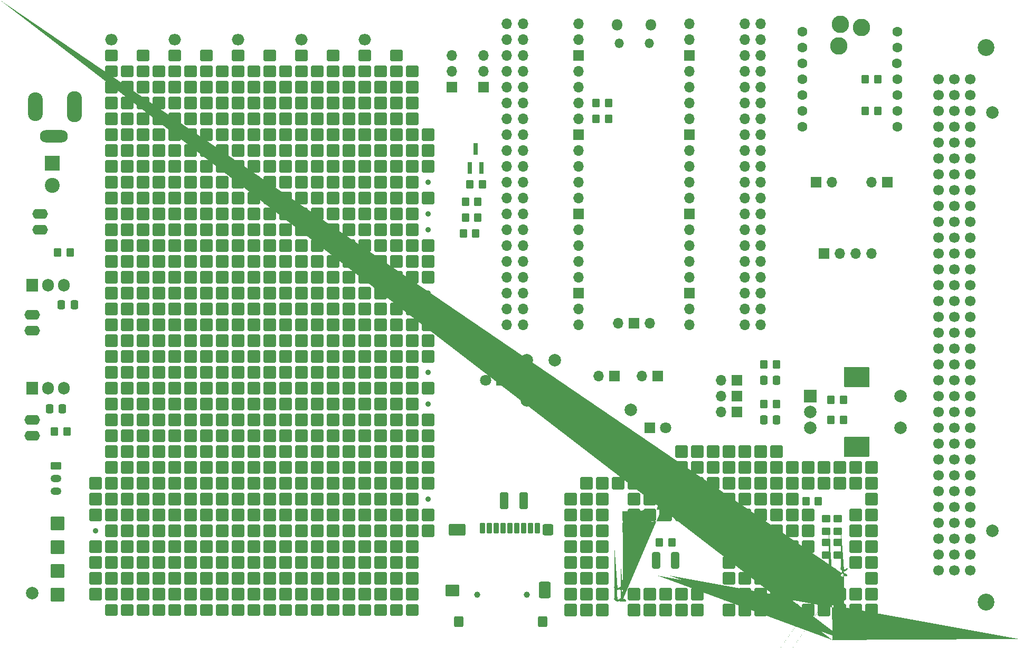
<source format=gbs>
%TF.GenerationSoftware,KiCad,Pcbnew,(6.0.7)*%
%TF.CreationDate,2022-11-12T16:25:49+00:00*%
%TF.ProjectId,pico-euro,7069636f-2d65-4757-926f-2e6b69636164,rev?*%
%TF.SameCoordinates,Original*%
%TF.FileFunction,Soldermask,Bot*%
%TF.FilePolarity,Negative*%
%FSLAX46Y46*%
G04 Gerber Fmt 4.6, Leading zero omitted, Abs format (unit mm)*
G04 Created by KiCad (PCBNEW (6.0.7)) date 2022-11-12 16:25:49*
%MOMM*%
%LPD*%
G01*
G04 APERTURE LIST*
G04 Aperture macros list*
%AMRoundRect*
0 Rectangle with rounded corners*
0 $1 Rounding radius*
0 $2 $3 $4 $5 $6 $7 $8 $9 X,Y pos of 4 corners*
0 Add a 4 corners polygon primitive as box body*
4,1,4,$2,$3,$4,$5,$6,$7,$8,$9,$2,$3,0*
0 Add four circle primitives for the rounded corners*
1,1,$1+$1,$2,$3*
1,1,$1+$1,$4,$5*
1,1,$1+$1,$6,$7*
1,1,$1+$1,$8,$9*
0 Add four rect primitives between the rounded corners*
20,1,$1+$1,$2,$3,$4,$5,0*
20,1,$1+$1,$4,$5,$6,$7,0*
20,1,$1+$1,$6,$7,$8,$9,0*
20,1,$1+$1,$8,$9,$2,$3,0*%
%AMFreePoly0*
4,1,45,1.912603,1.631106,1.928902,1.631106,1.941342,1.622068,1.956012,1.617454,1.965717,1.604359,1.978902,1.594779,1.983654,1.580154,1.992810,1.567799,1.992964,1.551500,1.998000,1.536000,1.998000,-1.500000,1.993154,-1.514916,1.993203,-1.530602,1.983844,-1.543570,1.978902,-1.558779,1.966213,-1.567998,1.957034,-1.580716,1.941840,-1.585706,1.928902,-1.595106,1.913217,-1.595106,
1.898315,-1.600000,-1.911685,-1.612000,-1.926910,-1.607106,-1.942902,-1.607106,-1.955591,-1.597887,-1.970524,-1.593087,-1.979965,-1.580179,-1.992902,-1.570779,-1.997749,-1.555861,-2.007008,-1.543201,-2.007058,-1.527209,-2.012000,-1.512000,-2.012000,1.500000,-2.007249,1.514623,-2.007394,1.530002,-1.997938,1.543279,-1.992902,1.558779,-1.980462,1.567817,-1.971541,1.580343,-1.956088,1.585526,
-1.942902,1.595106,-1.927525,1.595106,-1.912945,1.599996,1.897055,1.635996,1.912603,1.631106,1.912603,1.631106,$1*%
%AMFreePoly1*
4,1,45,1.898315,1.600000,1.913217,1.595106,1.928902,1.595106,1.941840,1.585706,1.957034,1.580716,1.966213,1.567998,1.978902,1.558779,1.983844,1.543570,1.993203,1.530602,1.993154,1.514916,1.998000,1.500000,1.998000,-1.536000,1.992964,-1.551500,1.992810,-1.567799,1.983654,-1.580154,1.978902,-1.594779,1.965717,-1.604359,1.956012,-1.617454,1.941342,-1.622068,1.928902,-1.631106,
1.912603,-1.631106,1.897055,-1.635996,-1.912945,-1.599996,-1.927525,-1.595106,-1.942902,-1.595106,-1.956088,-1.585526,-1.971541,-1.580343,-1.980462,-1.567817,-1.992902,-1.558779,-1.997938,-1.543279,-2.007394,-1.530002,-2.007249,-1.514623,-2.012000,-1.500000,-2.012000,1.512000,-2.007058,1.527209,-2.007008,1.543201,-1.997749,1.555861,-1.992902,1.570779,-1.979965,1.580179,-1.970524,1.593087,
-1.955591,1.597887,-1.942902,1.607106,-1.926910,1.607106,-1.911685,1.612000,1.898315,1.600000,1.898315,1.600000,$1*%
%AMFreePoly2*
4,1,55,0.485956,0.271440,0.497433,0.272452,0.514667,0.262112,0.533779,0.255902,0.540551,0.246582,0.550430,0.240654,0.558295,0.222159,0.570106,0.205902,0.570106,0.194383,0.574615,0.183779,0.570106,0.164194,0.570106,0.144098,0.563333,0.134776,0.560749,0.123551,0.485749,-0.001450,0.476362,-0.009621,0.470711,-0.020711,0.395711,-0.095711,0.381268,-0.103070,0.369721,-0.114443,
0.219721,-0.189443,0.208700,-0.191103,0.199254,-0.197014,0.099254,-0.222014,0.086838,-0.221154,0.075000,-0.225000,-0.075000,-0.225000,-0.090416,-0.219991,-0.106623,-0.219868,-0.256623,-0.169868,-0.265589,-0.163249,-0.276449,-0.160749,-0.401450,-0.085749,-0.409621,-0.076362,-0.420711,-0.070711,-0.495711,0.004289,-0.503070,0.018732,-0.514443,0.030279,-0.564443,0.130279,-0.565588,0.137879,
-0.570106,0.144098,-0.570106,0.167877,-0.573648,0.191393,-0.570106,0.198216,-0.570106,0.205902,-0.556129,0.225140,-0.545172,0.246246,-0.538297,0.249683,-0.533779,0.255902,-0.511163,0.263250,-0.489893,0.273885,-0.482310,0.272625,-0.475000,0.275000,0.475000,0.275000,0.485956,0.271440,0.485956,0.271440,$1*%
%AMFreePoly3*
4,1,58,0.061838,0.221154,0.074254,0.222014,0.174254,0.197014,0.180172,0.193311,0.187139,0.192848,0.312139,0.142848,0.322383,0.134312,0.335000,0.130000,0.435000,0.055000,0.446143,0.039163,0.460749,0.026450,0.535749,-0.098551,0.538333,-0.109776,0.545106,-0.119098,0.545106,-0.139194,0.549615,-0.158779,0.545106,-0.169383,0.545106,-0.180902,0.533295,-0.197159,0.525430,-0.215654,
0.515551,-0.221582,0.508779,-0.230902,0.489667,-0.237112,0.472433,-0.247452,0.460956,-0.246440,0.450000,-0.250000,-0.450000,-0.250000,-0.457310,-0.247625,-0.464893,-0.248885,-0.486163,-0.238250,-0.508779,-0.230902,-0.513297,-0.224683,-0.520172,-0.221246,-0.531129,-0.200140,-0.545106,-0.180902,-0.545106,-0.173216,-0.548648,-0.166393,-0.545106,-0.142877,-0.545106,-0.119098,-0.540588,-0.112879,
-0.539443,-0.105279,-0.514443,-0.055278,-0.509940,-0.050706,-0.508205,-0.044530,-0.458205,0.030470,-0.444817,0.041047,-0.435000,0.055000,-0.335000,0.130000,-0.326284,0.132979,-0.319721,0.139443,-0.219722,0.189443,-0.208700,0.191103,-0.199254,0.197014,-0.099253,0.222014,-0.086837,0.221154,-0.075000,0.225000,0.050000,0.225000,0.061838,0.221154,0.061838,0.221154,$1*%
G04 Aperture macros list end*
%ADD10O,1.700000X1.700000*%
%ADD11R,1.905000X2.000000*%
%ADD12O,1.905000X2.000000*%
%ADD13C,0.900000*%
%ADD14RoundRect,0.180000X-0.820000X0.720000X-0.820000X-0.720000X0.820000X-0.720000X0.820000X0.720000X0*%
%ADD15RoundRect,0.200000X-0.800000X-0.800000X0.800000X-0.800000X0.800000X0.800000X-0.800000X0.800000X0*%
%ADD16RoundRect,0.200000X0.800000X-0.800000X0.800000X0.800000X-0.800000X0.800000X-0.800000X-0.800000X0*%
%ADD17RoundRect,0.200000X0.800000X0.800000X-0.800000X0.800000X-0.800000X-0.800000X0.800000X-0.800000X0*%
%ADD18R,1.700000X1.700000*%
%ADD19RoundRect,0.250000X-0.625000X0.350000X-0.625000X-0.350000X0.625000X-0.350000X0.625000X0.350000X0*%
%ADD20O,1.750000X1.200000*%
%ADD21O,2.500000X1.600000*%
%ADD22R,2.000000X2.000000*%
%ADD23C,2.000000*%
%ADD24FreePoly0,0.000000*%
%ADD25FreePoly1,0.000000*%
%ADD26O,2.000000X1.800000*%
%ADD27C,2.700000*%
%ADD28C,1.700000*%
%ADD29RoundRect,0.220000X0.880000X0.880000X-0.880000X0.880000X-0.880000X-0.880000X0.880000X-0.880000X0*%
%ADD30O,2.400000X5.000000*%
%ADD31O,4.500000X2.000000*%
%ADD32O,2.400000X4.600000*%
%ADD33RoundRect,0.180000X0.820000X-0.720000X0.820000X0.720000X-0.820000X0.720000X-0.820000X-0.720000X0*%
%ADD34C,1.600000*%
%ADD35C,2.800000*%
%ADD36R,2.400000X2.400000*%
%ADD37C,2.400000*%
%ADD38R,1.800000X1.800000*%
%ADD39C,1.800000*%
%ADD40RoundRect,0.200000X-0.800000X0.800000X-0.800000X-0.800000X0.800000X-0.800000X0.800000X0.800000X0*%
%ADD41O,1.800000X1.800000*%
%ADD42O,1.500000X1.500000*%
%ADD43RoundRect,0.250000X-0.350000X-0.450000X0.350000X-0.450000X0.350000X0.450000X-0.350000X0.450000X0*%
%ADD44RoundRect,0.250000X0.350000X0.450000X-0.350000X0.450000X-0.350000X-0.450000X0.350000X-0.450000X0*%
%ADD45C,1.000000*%
%ADD46RoundRect,0.120000X-0.280000X-0.749000X0.280000X-0.749000X0.280000X0.749000X-0.280000X0.749000X0*%
%ADD47RoundRect,0.279450X-0.652050X-1.056550X0.652050X-1.056550X0.652050X1.056550X-0.652050X1.056550X0*%
%ADD48RoundRect,0.285750X-1.079750X-0.666750X1.079750X-0.666750X1.079750X0.666750X-1.079750X0.666750X0*%
%ADD49RoundRect,0.252450X-0.589050X-0.644550X0.589050X-0.644550X0.589050X0.644550X-0.589050X0.644550X0*%
%ADD50RoundRect,0.289800X-0.829700X-0.676200X0.829700X-0.676200X0.829700X0.676200X-0.829700X0.676200X0*%
%ADD51RoundRect,0.225000X-0.525000X-0.625000X0.525000X-0.625000X0.525000X0.625000X-0.525000X0.625000X0*%
%ADD52RoundRect,0.250000X-0.400000X-1.075000X0.400000X-1.075000X0.400000X1.075000X-0.400000X1.075000X0*%
%ADD53R,0.800000X1.900000*%
%ADD54RoundRect,0.250000X-0.450000X0.350000X-0.450000X-0.350000X0.450000X-0.350000X0.450000X0.350000X0*%
%ADD55FreePoly2,270.000000*%
%ADD56FreePoly3,270.000000*%
%ADD57FreePoly2,180.000000*%
%ADD58FreePoly3,180.000000*%
%ADD59RoundRect,0.250000X0.337500X0.475000X-0.337500X0.475000X-0.337500X-0.475000X0.337500X-0.475000X0*%
%ADD60RoundRect,0.250000X-0.412500X-1.100000X0.412500X-1.100000X0.412500X1.100000X-0.412500X1.100000X0*%
%ADD61RoundRect,0.250000X-0.337500X-0.475000X0.337500X-0.475000X0.337500X0.475000X-0.337500X0.475000X0*%
G04 APERTURE END LIST*
D10*
%TO.C,J2*%
X109160000Y-38100000D03*
X111760000Y-38100000D03*
X109160000Y-40640000D03*
X111760000Y-40640000D03*
X111760000Y-43180000D03*
X109160000Y-43180000D03*
X111760000Y-45720000D03*
X109160000Y-45720000D03*
X111760000Y-48260000D03*
X109160000Y-48260000D03*
X109160000Y-50800000D03*
X111760000Y-50800000D03*
X111760000Y-53340000D03*
X109160000Y-53340000D03*
X111760000Y-55880000D03*
X109160000Y-55880000D03*
X111760000Y-58420000D03*
X109160000Y-58420000D03*
X109160000Y-60960000D03*
X111760000Y-60960000D03*
X109160000Y-63500000D03*
X111760000Y-63500000D03*
X109160000Y-66040000D03*
X111760000Y-66040000D03*
X111760000Y-68580000D03*
X109160000Y-68580000D03*
X109160000Y-71120000D03*
X111760000Y-71120000D03*
X109160000Y-73660000D03*
X111760000Y-73660000D03*
X111760000Y-76200000D03*
X109160000Y-76200000D03*
X109160000Y-78740000D03*
X111760000Y-78740000D03*
X109160000Y-81280000D03*
X111760000Y-81280000D03*
X111760000Y-83820000D03*
X109160000Y-83820000D03*
X111760000Y-86360000D03*
X109160000Y-86360000D03*
%TD*%
D11*
%TO.C,U4*%
X33020000Y-80010000D03*
D12*
X35560000Y-80010000D03*
X38100000Y-80010000D03*
%TD*%
D13*
%TO.C,H37*%
X96520000Y-63500000D03*
%TD*%
%TO.C,H43*%
X96520000Y-81280000D03*
%TD*%
D14*
%TO.C,J16*%
X45720000Y-43180000D03*
X81280000Y-43180000D03*
X66040000Y-43180000D03*
X50800000Y-43180000D03*
X76200000Y-43180000D03*
X60960000Y-43180000D03*
X71120000Y-43180000D03*
X86360000Y-43180000D03*
X55880000Y-43180000D03*
X91440000Y-43180000D03*
%TD*%
D13*
%TO.C,H4*%
X43180000Y-119380000D03*
%TD*%
%TO.C,H40*%
X96520000Y-68580000D03*
%TD*%
D15*
%TO.C,J24*%
X124460000Y-114300000D03*
X124460000Y-116840000D03*
X124460000Y-119380000D03*
X124460000Y-121920000D03*
%TD*%
D16*
%TO.C,J31*%
X157480000Y-129540000D03*
X160020000Y-129540000D03*
X162560000Y-129540000D03*
X165100000Y-129540000D03*
%TD*%
D13*
%TO.C,H42*%
X96520000Y-93980000D03*
%TD*%
D17*
%TO.C,J23*%
X96520000Y-111760000D03*
X96520000Y-109220000D03*
X96520000Y-106680000D03*
X96520000Y-104140000D03*
X96520000Y-101600000D03*
%TD*%
D13*
%TO.C,H38*%
X96520000Y-99060000D03*
%TD*%
D17*
%TO.C,J12*%
X43180000Y-129540000D03*
X43180000Y-127000000D03*
X43180000Y-124460000D03*
X43180000Y-121920000D03*
%TD*%
D15*
%TO.C,J35*%
X96520000Y-96520000D03*
%TD*%
D18*
%TO.C,J42*%
X146050000Y-95250000D03*
D10*
X143510000Y-95250000D03*
%TD*%
D19*
%TO.C,J10*%
X36830000Y-108998000D03*
D20*
X36830000Y-110998000D03*
X36830000Y-112998000D03*
%TD*%
D17*
%TO.C,J27*%
X144780000Y-121920000D03*
X144780000Y-119380000D03*
X144780000Y-116840000D03*
X144780000Y-114300000D03*
%TD*%
D21*
%TO.C,C4*%
X33020000Y-87272500D03*
X33020000Y-84772500D03*
%TD*%
D17*
%TO.C,J28*%
X144780000Y-132080000D03*
X144780000Y-129540000D03*
X144780000Y-127000000D03*
X144780000Y-124460000D03*
%TD*%
D22*
%TO.C,SW3*%
X157787500Y-97830000D03*
D23*
X157787500Y-102830000D03*
X157787500Y-100330000D03*
D24*
X165287500Y-105930000D03*
D25*
X165287500Y-94730000D03*
D23*
X172287500Y-97830000D03*
X172287500Y-102830000D03*
%TD*%
D17*
%TO.C,J22*%
X96520000Y-78740000D03*
X96520000Y-76200000D03*
X96520000Y-73660000D03*
%TD*%
%TO.C,J32*%
X96520000Y-91440000D03*
X96520000Y-88900000D03*
X96520000Y-86360000D03*
%TD*%
D18*
%TO.C,J5*%
X126365000Y-94615000D03*
D10*
X123825000Y-94615000D03*
%TD*%
D15*
%TO.C,J37*%
X96520000Y-116840000D03*
X96520000Y-119380000D03*
%TD*%
D26*
%TO.C,J18*%
X66040000Y-40640000D03*
X55880000Y-40640000D03*
X76200000Y-40640000D03*
X45720000Y-40640000D03*
X86360000Y-40640000D03*
%TD*%
D27*
%TO.C,J1*%
X185980000Y-41910000D03*
X185980000Y-130810000D03*
D28*
X183440000Y-46990000D03*
X183440000Y-49530000D03*
X183440000Y-52070000D03*
X183440000Y-54610000D03*
X183440000Y-57150000D03*
X183440000Y-59690000D03*
X183440000Y-62230000D03*
X183440000Y-64770000D03*
X183440000Y-67310000D03*
X183440000Y-69850000D03*
X183440000Y-72390000D03*
X183440000Y-74930000D03*
X183440000Y-77470000D03*
X183440000Y-80010000D03*
X183440000Y-82550000D03*
X183440000Y-85090000D03*
X183440000Y-87630000D03*
X183440000Y-90170000D03*
X183440000Y-92710000D03*
X183440000Y-95250000D03*
X183440000Y-97790000D03*
X183440000Y-100330000D03*
X183440000Y-102870000D03*
X183440000Y-105410000D03*
X183440000Y-107950000D03*
X183440000Y-110490000D03*
X183440000Y-113030000D03*
X183440000Y-115570000D03*
X183440000Y-118110000D03*
X183440000Y-120650000D03*
X183440000Y-123190000D03*
X183440000Y-125730000D03*
X180900000Y-46990000D03*
X180900000Y-49530000D03*
X180900000Y-52070000D03*
X180900000Y-54610000D03*
X180900000Y-57150000D03*
X180900000Y-59690000D03*
X180900000Y-62230000D03*
X180900000Y-64770000D03*
X180900000Y-67310000D03*
X180900000Y-69850000D03*
X180900000Y-72390000D03*
X180900000Y-74930000D03*
X180900000Y-77470000D03*
X180900000Y-80010000D03*
X180900000Y-82550000D03*
X180900000Y-85090000D03*
X180900000Y-87630000D03*
X180900000Y-90170000D03*
X180900000Y-92710000D03*
X180900000Y-95250000D03*
X180900000Y-97790000D03*
X180900000Y-100330000D03*
X180900000Y-102870000D03*
X180900000Y-105410000D03*
X180900000Y-107950000D03*
X180900000Y-110490000D03*
X180900000Y-113030000D03*
X180900000Y-115570000D03*
X180900000Y-118110000D03*
X180900000Y-120650000D03*
X180900000Y-123190000D03*
X180900000Y-125730000D03*
X178360000Y-46990000D03*
X178360000Y-49530000D03*
X178360000Y-52070000D03*
X178360000Y-54610000D03*
X178360000Y-57150000D03*
X178360000Y-59690000D03*
X178360000Y-62230000D03*
X178360000Y-64770000D03*
X178360000Y-67310000D03*
X178360000Y-69850000D03*
X178360000Y-72390000D03*
X178360000Y-74930000D03*
X178360000Y-77470000D03*
X178360000Y-80010000D03*
X178360000Y-82550000D03*
X178360000Y-85090000D03*
X178360000Y-87630000D03*
X178360000Y-90170000D03*
X178360000Y-92710000D03*
X178360000Y-95250000D03*
X178360000Y-97790000D03*
X178360000Y-100330000D03*
X178360000Y-102870000D03*
X178360000Y-105410000D03*
X178360000Y-107950000D03*
X178360000Y-110490000D03*
X178360000Y-113030000D03*
X178360000Y-115570000D03*
X178360000Y-118110000D03*
X178360000Y-120650000D03*
X178360000Y-123190000D03*
X178360000Y-125730000D03*
%TD*%
D18*
%TO.C,J20*%
X100330000Y-48260000D03*
D10*
X100330000Y-45720000D03*
X100330000Y-43180000D03*
%TD*%
D29*
%TO.C,J15*%
X37084000Y-129667000D03*
X37084000Y-125857000D03*
X37084000Y-122047000D03*
X37084000Y-118237000D03*
%TD*%
D10*
%TO.C,J3*%
X147320000Y-86360000D03*
X149860000Y-86360000D03*
X149860000Y-83820000D03*
X147320000Y-83820000D03*
X149860000Y-81280000D03*
X147320000Y-81280000D03*
X149860000Y-78740000D03*
X147320000Y-78740000D03*
X149860000Y-76200000D03*
X147320000Y-76200000D03*
X149860000Y-73660000D03*
X147320000Y-73660000D03*
X147320000Y-71120000D03*
X149860000Y-71120000D03*
X147320000Y-68580000D03*
X149860000Y-68580000D03*
X147320000Y-66040000D03*
X149860000Y-66040000D03*
X147320000Y-63500000D03*
X149860000Y-63500000D03*
X149860000Y-60960000D03*
X147320000Y-60960000D03*
X147320000Y-58420000D03*
X149860000Y-58420000D03*
X147320000Y-55880000D03*
X149860000Y-55880000D03*
X147320000Y-53340000D03*
X149860000Y-53340000D03*
X147320000Y-50800000D03*
X149860000Y-50800000D03*
X147320000Y-48260000D03*
X149860000Y-48260000D03*
X149860000Y-45720000D03*
X147320000Y-45720000D03*
X147320000Y-43180000D03*
X149860000Y-43180000D03*
X149860000Y-40640000D03*
X147320000Y-40640000D03*
X147320000Y-38100000D03*
X149860000Y-38100000D03*
%TD*%
D30*
%TO.C,J7*%
X39820000Y-51360000D03*
D31*
X36520000Y-56160000D03*
D32*
X33520000Y-51360000D03*
%TD*%
D18*
%TO.C,J21*%
X105410000Y-48260000D03*
D10*
X105410000Y-45720000D03*
X105410000Y-43180000D03*
%TD*%
D23*
%TO.C,SW2*%
X122480000Y-99985000D03*
X128980000Y-99985000D03*
X122480000Y-104485000D03*
X128980000Y-104485000D03*
%TD*%
%TO.C,SW1*%
X116840000Y-98500000D03*
X116840000Y-92000000D03*
X112340000Y-98500000D03*
X112340000Y-92000000D03*
%TD*%
D18*
%TO.C,J41*%
X146050000Y-100330000D03*
D10*
X143510000Y-100330000D03*
%TD*%
D11*
%TO.C,U2*%
X33020000Y-96500000D03*
D12*
X35560000Y-96500000D03*
X38100000Y-96500000D03*
%TD*%
D18*
%TO.C,J6*%
X160020000Y-74930000D03*
D10*
X162560000Y-74930000D03*
X165100000Y-74930000D03*
X167640000Y-74930000D03*
%TD*%
D17*
%TO.C,J34*%
X96520000Y-58420000D03*
X96520000Y-55880000D03*
%TD*%
D33*
%TO.C,J19*%
X48260000Y-132080000D03*
X83820000Y-132080000D03*
X73660000Y-132080000D03*
X91440000Y-132080000D03*
X53340000Y-132080000D03*
X76200000Y-132080000D03*
X50800000Y-132080000D03*
X58420000Y-132080000D03*
X45720000Y-132080000D03*
X55880000Y-132080000D03*
X81280000Y-132080000D03*
X63500000Y-132080000D03*
X93980000Y-132080000D03*
X86360000Y-132080000D03*
X66040000Y-132080000D03*
X78740000Y-132080000D03*
X68580000Y-132080000D03*
X60960000Y-132080000D03*
X88900000Y-132080000D03*
X71120000Y-132080000D03*
%TD*%
D18*
%TO.C,J39*%
X170180000Y-63500000D03*
D10*
X167640000Y-63500000D03*
%TD*%
D13*
%TO.C,H39*%
X96520000Y-114300000D03*
%TD*%
D15*
%TO.C,J25*%
X124460000Y-124460000D03*
X124460000Y-127000000D03*
X124460000Y-129540000D03*
X124460000Y-132080000D03*
%TD*%
D13*
%TO.C,H41*%
X96520000Y-83820000D03*
%TD*%
%TO.C,H36*%
X96520000Y-71120000D03*
%TD*%
D18*
%TO.C,J38*%
X158750000Y-63500000D03*
D10*
X161290000Y-63500000D03*
%TD*%
D21*
%TO.C,C1*%
X34290000Y-71100000D03*
X34290000Y-68600000D03*
%TD*%
D34*
%TO.C,U3*%
X156527500Y-39370000D03*
X156527500Y-41910000D03*
X156527500Y-44450000D03*
X156527500Y-46990000D03*
X156577500Y-49530000D03*
X156527500Y-52070000D03*
X156527500Y-54610000D03*
X171767500Y-54610000D03*
X171767500Y-52070000D03*
X171767500Y-49530000D03*
X171767500Y-46990000D03*
X171717500Y-44450000D03*
X171767500Y-41910000D03*
X171767500Y-39370000D03*
D35*
X166052500Y-38735000D03*
X162623500Y-38227000D03*
X162369500Y-41656000D03*
%TD*%
D36*
%TO.C,J9*%
X36260000Y-60480000D03*
D37*
X36260000Y-63980000D03*
%TD*%
D38*
%TO.C,D2*%
X108272500Y-95250000D03*
D39*
X105732500Y-95250000D03*
%TD*%
D33*
%TO.C,J17*%
X53340000Y-45720000D03*
X58420000Y-45720000D03*
X48260000Y-45720000D03*
X66040000Y-45720000D03*
X73660000Y-45720000D03*
X78740000Y-45720000D03*
X93980000Y-45720000D03*
X83820000Y-45720000D03*
X68580000Y-45720000D03*
X86360000Y-45720000D03*
X50800000Y-45720000D03*
X60960000Y-45720000D03*
X71120000Y-45720000D03*
X81280000Y-45720000D03*
X88900000Y-45720000D03*
X55880000Y-45720000D03*
X76200000Y-45720000D03*
X91440000Y-45720000D03*
X45720000Y-45720000D03*
X63500000Y-45720000D03*
%TD*%
D38*
%TO.C,D1*%
X132075000Y-102870000D03*
D39*
X134615000Y-102870000D03*
%TD*%
D15*
%TO.C,J11*%
X43180000Y-111760000D03*
X43180000Y-114300000D03*
X43180000Y-116840000D03*
%TD*%
D18*
%TO.C,J4*%
X133350000Y-94615000D03*
D10*
X130810000Y-94615000D03*
%TD*%
D40*
%TO.C,J29*%
X165100000Y-111760000D03*
X162560000Y-111760000D03*
X160020000Y-111760000D03*
X157480000Y-111760000D03*
%TD*%
D10*
%TO.C,U1*%
X132080000Y-86130000D03*
D18*
X129540000Y-86130000D03*
D10*
X127000000Y-86130000D03*
X138430000Y-38100000D03*
X138430000Y-40640000D03*
D18*
X138430000Y-43180000D03*
D10*
X138430000Y-45720000D03*
X138430000Y-48260000D03*
X138430000Y-50800000D03*
X138430000Y-53340000D03*
D18*
X138430000Y-55880000D03*
D10*
X138430000Y-58420000D03*
X138430000Y-60960000D03*
X138430000Y-63500000D03*
X138430000Y-66040000D03*
D18*
X138430000Y-68580000D03*
D10*
X138430000Y-71120000D03*
X138430000Y-73660000D03*
X138430000Y-76200000D03*
X138430000Y-78740000D03*
D18*
X138430000Y-81280000D03*
D10*
X138430000Y-83820000D03*
X138430000Y-86360000D03*
X120650000Y-86360000D03*
X120650000Y-83820000D03*
D18*
X120650000Y-81280000D03*
D10*
X120650000Y-78740000D03*
X120650000Y-76200000D03*
X120650000Y-73660000D03*
X120650000Y-71120000D03*
D18*
X120650000Y-68580000D03*
D10*
X120650000Y-66040000D03*
X120650000Y-63500000D03*
X120650000Y-60960000D03*
X120650000Y-58420000D03*
D18*
X120650000Y-55880000D03*
D10*
X120650000Y-53340000D03*
X120650000Y-50800000D03*
X120650000Y-48260000D03*
X120650000Y-45720000D03*
D18*
X120650000Y-43180000D03*
D10*
X120650000Y-40640000D03*
X120650000Y-38100000D03*
D41*
X132265000Y-38230000D03*
D42*
X127115000Y-41260000D03*
D41*
X126815000Y-38230000D03*
D42*
X131965000Y-41260000D03*
%TD*%
D15*
%TO.C,J36*%
X96520000Y-66040000D03*
%TD*%
%TO.C,J33*%
X96520000Y-60960000D03*
%TD*%
D21*
%TO.C,C3*%
X33000000Y-104100000D03*
X33000000Y-101600000D03*
%TD*%
D18*
%TO.C,J43*%
X146050000Y-97790000D03*
D10*
X143510000Y-97790000D03*
%TD*%
D23*
%TO.C,FID2*%
X187020000Y-52360000D03*
%TD*%
D43*
%TO.C,R2*%
X123460000Y-50800000D03*
X125460000Y-50800000D03*
%TD*%
%TO.C,R20*%
X37100000Y-74803000D03*
X39100000Y-74803000D03*
%TD*%
D44*
%TO.C,R8*%
X168640000Y-46990000D03*
X166640000Y-46990000D03*
%TD*%
D40*
%TO.C,H34*%
X139700000Y-106680000D03*
X137160000Y-106680000D03*
%TD*%
D17*
%TO.C,H26*%
X139700000Y-114300000D03*
X139700000Y-116840000D03*
%TD*%
%TO.C,H18*%
X154940000Y-114300000D03*
X154940000Y-116840000D03*
X154940000Y-124460000D03*
X154940000Y-129540000D03*
X154940000Y-111760000D03*
X154940000Y-121920000D03*
X154940000Y-127000000D03*
X154940000Y-119380000D03*
%TD*%
%TO.C,H24*%
X139700000Y-129540000D03*
X139700000Y-132080000D03*
%TD*%
%TO.C,H17*%
X167640000Y-114300000D03*
X167640000Y-124460000D03*
X167640000Y-116840000D03*
X167640000Y-129540000D03*
X167640000Y-127000000D03*
X167640000Y-121920000D03*
X167640000Y-119380000D03*
X167640000Y-111760000D03*
%TD*%
D45*
%TO.C,J40*%
X112333000Y-129648000D03*
X104353000Y-129648000D03*
D46*
X105203000Y-118979000D03*
X106303000Y-118979000D03*
X107403000Y-118979000D03*
X108503000Y-118979000D03*
X109603000Y-118979000D03*
X110703000Y-118979000D03*
X111803000Y-118979000D03*
X112903000Y-118979000D03*
D47*
X115231500Y-128839000D03*
D48*
X101187500Y-119189500D03*
D49*
X115744500Y-119245000D03*
D50*
X100433500Y-128982000D03*
D51*
X114903000Y-133948000D03*
D46*
X114003000Y-118979000D03*
D51*
X101403000Y-133948000D03*
%TD*%
D40*
%TO.C,H29*%
X132080000Y-109220000D03*
X137160000Y-109220000D03*
X134620000Y-109220000D03*
X129540000Y-109220000D03*
%TD*%
D17*
%TO.C,H32*%
X121920000Y-111760000D03*
%TD*%
D40*
%TO.C,H31*%
X137160000Y-129540000D03*
X134620000Y-129540000D03*
X129540000Y-129540000D03*
X132080000Y-129540000D03*
%TD*%
D43*
%TO.C,R14*%
X133620000Y-121285000D03*
X135620000Y-121285000D03*
%TD*%
D52*
%TO.C,R15*%
X133070000Y-124142500D03*
X136170000Y-124142500D03*
%TD*%
D53*
%TO.C,Q1*%
X105090000Y-61190000D03*
X103190000Y-61190000D03*
X104140000Y-58190000D03*
%TD*%
D43*
%TO.C,R16*%
X161127500Y-101600000D03*
X163127500Y-101600000D03*
%TD*%
D40*
%TO.C,H15*%
X149860000Y-109220000D03*
X152400000Y-109220000D03*
%TD*%
%TO.C,H28*%
X139700000Y-109220000D03*
X142240000Y-109220000D03*
%TD*%
D43*
%TO.C,R11*%
X157115000Y-114617500D03*
X159115000Y-114617500D03*
%TD*%
D17*
%TO.C,H21*%
X157480000Y-121920000D03*
X157480000Y-124460000D03*
X157480000Y-119380000D03*
X157480000Y-116840000D03*
%TD*%
D44*
%TO.C,R7*%
X168640000Y-52070000D03*
X166640000Y-52070000D03*
%TD*%
D17*
%TO.C,H27*%
X144780000Y-111760000D03*
X144780000Y-109220000D03*
%TD*%
D54*
%TO.C,R13*%
X160337500Y-121237500D03*
X160337500Y-123237500D03*
%TD*%
%TO.C,R10*%
X160337500Y-117427500D03*
X160337500Y-119427500D03*
%TD*%
D40*
%TO.C,H23*%
X129540000Y-114300000D03*
X137160000Y-114300000D03*
X134620000Y-114300000D03*
X132080000Y-114300000D03*
%TD*%
D55*
%TO.C,S4*%
X126917500Y-130492500D03*
D56*
X127717500Y-130492500D03*
%TD*%
D40*
%TO.C,H30*%
X132080000Y-132080000D03*
X129540000Y-132080000D03*
X137160000Y-132080000D03*
X134620000Y-132080000D03*
%TD*%
D17*
%TO.C,H6*%
X83820000Y-76200000D03*
X83820000Y-99060000D03*
X86360000Y-88900000D03*
X83820000Y-104140000D03*
X88900000Y-121920000D03*
X93980000Y-129540000D03*
X86360000Y-121920000D03*
X91440000Y-127000000D03*
X93980000Y-48260000D03*
X88900000Y-86360000D03*
X93980000Y-109220000D03*
X91440000Y-83820000D03*
X83820000Y-121920000D03*
X88900000Y-116840000D03*
X91440000Y-68580000D03*
X88900000Y-71120000D03*
X86360000Y-60960000D03*
X83820000Y-111760000D03*
X93980000Y-124460000D03*
X91440000Y-73660000D03*
X86360000Y-104140000D03*
X93980000Y-73660000D03*
X91440000Y-91440000D03*
X93980000Y-50800000D03*
X93980000Y-53340000D03*
X88900000Y-129540000D03*
X93980000Y-88900000D03*
X86360000Y-106680000D03*
X91440000Y-66040000D03*
X88900000Y-83820000D03*
X88900000Y-88900000D03*
X91440000Y-78740000D03*
X86360000Y-71120000D03*
X83820000Y-83820000D03*
X86360000Y-58420000D03*
X86360000Y-99060000D03*
X93980000Y-96520000D03*
X91440000Y-114300000D03*
X86360000Y-78740000D03*
X91440000Y-111760000D03*
X83820000Y-129540000D03*
X93980000Y-60960000D03*
X88900000Y-91440000D03*
X88900000Y-53340000D03*
X88900000Y-58420000D03*
X93980000Y-121920000D03*
X88900000Y-109220000D03*
X83820000Y-48260000D03*
X86360000Y-63500000D03*
X83820000Y-73660000D03*
X93980000Y-104140000D03*
X86360000Y-109220000D03*
X88900000Y-68580000D03*
X93980000Y-63500000D03*
X88900000Y-99060000D03*
X91440000Y-93980000D03*
X91440000Y-99060000D03*
X91440000Y-119380000D03*
X86360000Y-127000000D03*
X86360000Y-119380000D03*
X93980000Y-55880000D03*
X91440000Y-63500000D03*
X86360000Y-68580000D03*
X93980000Y-58420000D03*
X83820000Y-119380000D03*
X93980000Y-78740000D03*
X83820000Y-114300000D03*
X83820000Y-66040000D03*
X83820000Y-78740000D03*
X91440000Y-55880000D03*
X91440000Y-81280000D03*
X83820000Y-101600000D03*
X86360000Y-53340000D03*
X91440000Y-96520000D03*
X86360000Y-55880000D03*
X88900000Y-76200000D03*
X83820000Y-96520000D03*
X83820000Y-109220000D03*
X88900000Y-111760000D03*
X88900000Y-96520000D03*
X91440000Y-60960000D03*
X88900000Y-124460000D03*
X93980000Y-106680000D03*
X83820000Y-60960000D03*
X91440000Y-129540000D03*
X91440000Y-76200000D03*
X83820000Y-58420000D03*
X91440000Y-116840000D03*
X83820000Y-81280000D03*
X93980000Y-119380000D03*
X93980000Y-66040000D03*
X83820000Y-86360000D03*
X88900000Y-93980000D03*
X83820000Y-127000000D03*
X91440000Y-48260000D03*
X91440000Y-58420000D03*
X91440000Y-88900000D03*
X83820000Y-106680000D03*
X91440000Y-53340000D03*
X93980000Y-71120000D03*
X88900000Y-101600000D03*
X91440000Y-50800000D03*
X83820000Y-50800000D03*
X91440000Y-86360000D03*
X83820000Y-124460000D03*
X86360000Y-50800000D03*
X93980000Y-68580000D03*
X93980000Y-81280000D03*
X88900000Y-48260000D03*
X86360000Y-93980000D03*
X86360000Y-86360000D03*
X93980000Y-116840000D03*
X93980000Y-93980000D03*
X83820000Y-55880000D03*
X93980000Y-99060000D03*
X86360000Y-81280000D03*
X88900000Y-114300000D03*
X83820000Y-88900000D03*
X83820000Y-63500000D03*
X93980000Y-91440000D03*
X86360000Y-76200000D03*
X88900000Y-106680000D03*
X86360000Y-129540000D03*
X86360000Y-124460000D03*
X93980000Y-111760000D03*
X86360000Y-111760000D03*
X86360000Y-96520000D03*
X91440000Y-109220000D03*
X88900000Y-73660000D03*
X88900000Y-104140000D03*
X83820000Y-116840000D03*
X93980000Y-114300000D03*
X88900000Y-127000000D03*
X93980000Y-101600000D03*
X88900000Y-66040000D03*
X86360000Y-114300000D03*
X91440000Y-71120000D03*
X88900000Y-119380000D03*
X86360000Y-101600000D03*
X86360000Y-66040000D03*
X88900000Y-60960000D03*
X83820000Y-53340000D03*
X83820000Y-93980000D03*
X91440000Y-121920000D03*
X88900000Y-50800000D03*
X88900000Y-63500000D03*
X86360000Y-48260000D03*
X91440000Y-101600000D03*
X93980000Y-86360000D03*
X93980000Y-127000000D03*
X86360000Y-116840000D03*
X86360000Y-91440000D03*
X83820000Y-71120000D03*
X86360000Y-83820000D03*
X88900000Y-81280000D03*
X93980000Y-76200000D03*
X88900000Y-78740000D03*
X93980000Y-83820000D03*
X83820000Y-91440000D03*
X86360000Y-73660000D03*
X91440000Y-106680000D03*
X91440000Y-104140000D03*
X83820000Y-68580000D03*
X91440000Y-124460000D03*
X88900000Y-55880000D03*
%TD*%
D40*
%TO.C,H11*%
X167640000Y-109220000D03*
X165100000Y-109220000D03*
%TD*%
D54*
%TO.C,R12*%
X162242500Y-121237500D03*
X162242500Y-123237500D03*
%TD*%
D17*
%TO.C,H9*%
X119380000Y-114300000D03*
X119380000Y-132080000D03*
X119380000Y-127000000D03*
X119380000Y-129540000D03*
X119380000Y-124460000D03*
X119380000Y-121920000D03*
X119380000Y-119380000D03*
X119380000Y-116840000D03*
%TD*%
D40*
%TO.C,H25*%
X137160000Y-111760000D03*
X142240000Y-111760000D03*
X124460000Y-111760000D03*
X134620000Y-111760000D03*
X127000000Y-111760000D03*
X139700000Y-111760000D03*
X132080000Y-111760000D03*
X129540000Y-111760000D03*
%TD*%
D17*
%TO.C,H8*%
X147320000Y-119380000D03*
X147320000Y-132080000D03*
X147320000Y-127000000D03*
X147320000Y-121920000D03*
X147320000Y-116840000D03*
X147320000Y-124460000D03*
X147320000Y-114300000D03*
X147320000Y-129540000D03*
%TD*%
D40*
%TO.C,H10*%
X162560000Y-132080000D03*
X149860000Y-132080000D03*
X157480000Y-132080000D03*
X160020000Y-132080000D03*
X152400000Y-132080000D03*
X154940000Y-132080000D03*
X165100000Y-132080000D03*
X167640000Y-132080000D03*
%TD*%
D44*
%TO.C,R22*%
X105187500Y-63817500D03*
X103187500Y-63817500D03*
%TD*%
D40*
%TO.C,H12*%
X154940000Y-109220000D03*
X157480000Y-109220000D03*
%TD*%
D44*
%TO.C,R19*%
X152362500Y-99060000D03*
X150362500Y-99060000D03*
%TD*%
D40*
%TO.C,H13*%
X162560000Y-109220000D03*
X160020000Y-109220000D03*
%TD*%
D17*
%TO.C,H3*%
X76200000Y-78740000D03*
X78740000Y-88900000D03*
X71120000Y-104140000D03*
X71120000Y-109220000D03*
X81280000Y-116840000D03*
X71120000Y-106680000D03*
X76200000Y-121920000D03*
X81280000Y-91440000D03*
X76200000Y-76200000D03*
X81280000Y-66040000D03*
X81280000Y-55880000D03*
X73660000Y-71120000D03*
X81280000Y-76200000D03*
X81280000Y-99060000D03*
X78740000Y-111760000D03*
X73660000Y-99060000D03*
X73660000Y-86360000D03*
X73660000Y-93980000D03*
X78740000Y-116840000D03*
X71120000Y-99060000D03*
X81280000Y-48260000D03*
X73660000Y-119380000D03*
X78740000Y-114300000D03*
X81280000Y-86360000D03*
X73660000Y-50800000D03*
X71120000Y-127000000D03*
X81280000Y-50800000D03*
X76200000Y-73660000D03*
X71120000Y-73660000D03*
X73660000Y-91440000D03*
X73660000Y-127000000D03*
X76200000Y-116840000D03*
X76200000Y-91440000D03*
X73660000Y-60960000D03*
X81280000Y-111760000D03*
X76200000Y-99060000D03*
X81280000Y-78740000D03*
X76200000Y-71120000D03*
X76200000Y-63500000D03*
X73660000Y-63500000D03*
X71120000Y-48260000D03*
X81280000Y-73660000D03*
X78740000Y-104140000D03*
X76200000Y-114300000D03*
X81280000Y-53340000D03*
X78740000Y-60960000D03*
X78740000Y-68580000D03*
X78740000Y-81280000D03*
X71120000Y-114300000D03*
X71120000Y-111760000D03*
X73660000Y-48260000D03*
X81280000Y-93980000D03*
X73660000Y-58420000D03*
X81280000Y-124460000D03*
X73660000Y-55880000D03*
X71120000Y-60960000D03*
X81280000Y-121920000D03*
X73660000Y-106680000D03*
X81280000Y-88900000D03*
X73660000Y-129540000D03*
X78740000Y-127000000D03*
X81280000Y-127000000D03*
X76200000Y-68580000D03*
X76200000Y-111760000D03*
X71120000Y-116840000D03*
X73660000Y-76200000D03*
X81280000Y-58420000D03*
X76200000Y-58420000D03*
X73660000Y-68580000D03*
X76200000Y-88900000D03*
X71120000Y-78740000D03*
X76200000Y-55880000D03*
X76200000Y-109220000D03*
X78740000Y-58420000D03*
X78740000Y-121920000D03*
X76200000Y-127000000D03*
X73660000Y-81280000D03*
X71120000Y-68580000D03*
X71120000Y-121920000D03*
X81280000Y-68580000D03*
X78740000Y-99060000D03*
X81280000Y-63500000D03*
X73660000Y-124460000D03*
X76200000Y-96520000D03*
X73660000Y-121920000D03*
X78740000Y-76200000D03*
X71120000Y-129540000D03*
X73660000Y-101600000D03*
X73660000Y-96520000D03*
X78740000Y-129540000D03*
X73660000Y-104140000D03*
X76200000Y-86360000D03*
X76200000Y-81280000D03*
X78740000Y-53340000D03*
X81280000Y-101600000D03*
X71120000Y-83820000D03*
X71120000Y-119380000D03*
X78740000Y-83820000D03*
X71120000Y-76200000D03*
X71120000Y-53340000D03*
X73660000Y-88900000D03*
X71120000Y-66040000D03*
X73660000Y-114300000D03*
X78740000Y-101600000D03*
X71120000Y-50800000D03*
X78740000Y-55880000D03*
X76200000Y-60960000D03*
X76200000Y-124460000D03*
X81280000Y-119380000D03*
X78740000Y-109220000D03*
X76200000Y-66040000D03*
X73660000Y-73660000D03*
X81280000Y-106680000D03*
X73660000Y-53340000D03*
X78740000Y-71120000D03*
X78740000Y-124460000D03*
X78740000Y-91440000D03*
X73660000Y-116840000D03*
X81280000Y-81280000D03*
X71120000Y-86360000D03*
X78740000Y-73660000D03*
X81280000Y-71120000D03*
X81280000Y-109220000D03*
X71120000Y-93980000D03*
X73660000Y-109220000D03*
X76200000Y-93980000D03*
X76200000Y-48260000D03*
X81280000Y-114300000D03*
X78740000Y-78740000D03*
X78740000Y-63500000D03*
X81280000Y-60960000D03*
X78740000Y-93980000D03*
X81280000Y-104140000D03*
X71120000Y-88900000D03*
X76200000Y-106680000D03*
X78740000Y-106680000D03*
X78740000Y-50800000D03*
X78740000Y-119380000D03*
X81280000Y-83820000D03*
X81280000Y-129540000D03*
X71120000Y-91440000D03*
X71120000Y-58420000D03*
X71120000Y-124460000D03*
X71120000Y-55880000D03*
X73660000Y-78740000D03*
X76200000Y-50800000D03*
X73660000Y-83820000D03*
X76200000Y-53340000D03*
X76200000Y-83820000D03*
X73660000Y-111760000D03*
X78740000Y-86360000D03*
X78740000Y-96520000D03*
X81280000Y-96520000D03*
X71120000Y-96520000D03*
X71120000Y-71120000D03*
X78740000Y-66040000D03*
X78740000Y-48260000D03*
X71120000Y-101600000D03*
X71120000Y-81280000D03*
X76200000Y-129540000D03*
X76200000Y-101600000D03*
X71120000Y-63500000D03*
X73660000Y-66040000D03*
X76200000Y-104140000D03*
X76200000Y-119380000D03*
%TD*%
D23*
%TO.C,FID1*%
X187020000Y-119360000D03*
%TD*%
D57*
%TO.C,S2*%
X163195000Y-125647500D03*
D58*
X163195000Y-126447500D03*
%TD*%
D17*
%TO.C,H19*%
X149860000Y-121920000D03*
X149860000Y-119380000D03*
X149860000Y-111760000D03*
X149860000Y-129540000D03*
X149860000Y-116840000D03*
X149860000Y-124460000D03*
X149860000Y-127000000D03*
X149860000Y-114300000D03*
%TD*%
D44*
%TO.C,R6*%
X104140000Y-71755000D03*
X102140000Y-71755000D03*
%TD*%
D59*
%TO.C,C2*%
X37867500Y-99822000D03*
X35792500Y-99822000D03*
%TD*%
D17*
%TO.C,H22*%
X165100000Y-124460000D03*
X165100000Y-116840000D03*
X165100000Y-121920000D03*
X165100000Y-119380000D03*
%TD*%
%TO.C,H35*%
X142240000Y-106680000D03*
%TD*%
%TO.C,H7*%
X121920000Y-116840000D03*
X121920000Y-114300000D03*
X121920000Y-121920000D03*
X121920000Y-124460000D03*
X121920000Y-132080000D03*
X121920000Y-119380000D03*
X121920000Y-127000000D03*
X121920000Y-129540000D03*
%TD*%
D43*
%TO.C,R3*%
X123460000Y-53340000D03*
X125460000Y-53340000D03*
%TD*%
D59*
%TO.C,C5*%
X39772500Y-83185000D03*
X37697500Y-83185000D03*
%TD*%
D17*
%TO.C,H16*%
X152400000Y-121920000D03*
X152400000Y-129540000D03*
X152400000Y-114300000D03*
X152400000Y-124460000D03*
X152400000Y-127000000D03*
X152400000Y-111760000D03*
X152400000Y-116840000D03*
X152400000Y-119380000D03*
%TD*%
D44*
%TO.C,R4*%
X104505000Y-66675000D03*
X102505000Y-66675000D03*
%TD*%
D17*
%TO.C,H1*%
X48260000Y-58420000D03*
X55880000Y-104140000D03*
X45720000Y-50800000D03*
X45720000Y-119380000D03*
X53340000Y-114300000D03*
X50800000Y-48260000D03*
X55880000Y-50800000D03*
X55880000Y-106680000D03*
X45720000Y-55880000D03*
X53340000Y-93980000D03*
X48260000Y-68580000D03*
X48260000Y-73660000D03*
X53340000Y-48260000D03*
X55880000Y-88900000D03*
X45720000Y-96520000D03*
X55880000Y-53340000D03*
X50800000Y-50800000D03*
X50800000Y-68580000D03*
X45720000Y-73660000D03*
X48260000Y-91440000D03*
X55880000Y-76200000D03*
X48260000Y-71120000D03*
X50800000Y-104140000D03*
X45720000Y-127000000D03*
X48260000Y-48260000D03*
X53340000Y-88900000D03*
X55880000Y-93980000D03*
X50800000Y-76200000D03*
X48260000Y-119380000D03*
X55880000Y-101600000D03*
X48260000Y-111760000D03*
X55880000Y-96520000D03*
X55880000Y-48260000D03*
X45720000Y-93980000D03*
X50800000Y-73660000D03*
X48260000Y-124460000D03*
X48260000Y-101600000D03*
X55880000Y-121920000D03*
X50800000Y-124460000D03*
X48260000Y-53340000D03*
X53340000Y-127000000D03*
X55880000Y-55880000D03*
X48260000Y-93980000D03*
X55880000Y-129540000D03*
X50800000Y-60960000D03*
X50800000Y-66040000D03*
X48260000Y-127000000D03*
X48260000Y-88900000D03*
X53340000Y-58420000D03*
X50800000Y-96520000D03*
X55880000Y-73660000D03*
X53340000Y-83820000D03*
X45720000Y-99060000D03*
X55880000Y-119380000D03*
X48260000Y-114300000D03*
X50800000Y-106680000D03*
X53340000Y-106680000D03*
X53340000Y-99060000D03*
X55880000Y-99060000D03*
X55880000Y-71120000D03*
X50800000Y-86360000D03*
X45720000Y-78740000D03*
X48260000Y-63500000D03*
X53340000Y-55880000D03*
X50800000Y-93980000D03*
X55880000Y-116840000D03*
X50800000Y-129540000D03*
X53340000Y-129540000D03*
X50800000Y-71120000D03*
X55880000Y-114300000D03*
X55880000Y-68580000D03*
X53340000Y-50800000D03*
X53340000Y-78740000D03*
X48260000Y-99060000D03*
X48260000Y-116840000D03*
X53340000Y-81280000D03*
X50800000Y-81280000D03*
X53340000Y-63500000D03*
X45720000Y-106680000D03*
X48260000Y-121920000D03*
X53340000Y-96520000D03*
X45720000Y-68580000D03*
X53340000Y-73660000D03*
X48260000Y-76200000D03*
X45720000Y-66040000D03*
X45720000Y-104140000D03*
X45720000Y-101600000D03*
X53340000Y-76200000D03*
X50800000Y-78740000D03*
X53340000Y-121920000D03*
X50800000Y-119380000D03*
X48260000Y-60960000D03*
X50800000Y-58420000D03*
X50800000Y-101600000D03*
X53340000Y-53340000D03*
X53340000Y-119380000D03*
X53340000Y-86360000D03*
X48260000Y-50800000D03*
X50800000Y-63500000D03*
X45720000Y-60960000D03*
X48260000Y-96520000D03*
X45720000Y-71120000D03*
X45720000Y-63500000D03*
X45720000Y-86360000D03*
X50800000Y-91440000D03*
X45720000Y-91440000D03*
X53340000Y-111760000D03*
X53340000Y-104140000D03*
X55880000Y-60960000D03*
X53340000Y-60960000D03*
X50800000Y-53340000D03*
X53340000Y-124460000D03*
X55880000Y-66040000D03*
X50800000Y-114300000D03*
X48260000Y-81280000D03*
X50800000Y-111760000D03*
X53340000Y-66040000D03*
X48260000Y-106680000D03*
X45720000Y-114300000D03*
X48260000Y-86360000D03*
X53340000Y-109220000D03*
X45720000Y-48260000D03*
X48260000Y-66040000D03*
X53340000Y-101600000D03*
X45720000Y-109220000D03*
X48260000Y-55880000D03*
X55880000Y-83820000D03*
X48260000Y-78740000D03*
X50800000Y-55880000D03*
X45720000Y-88900000D03*
X50800000Y-116840000D03*
X45720000Y-121920000D03*
X45720000Y-124460000D03*
X45720000Y-111760000D03*
X55880000Y-81280000D03*
X45720000Y-58420000D03*
X45720000Y-129540000D03*
X48260000Y-129540000D03*
X55880000Y-111760000D03*
X50800000Y-121920000D03*
X45720000Y-53340000D03*
X50800000Y-99060000D03*
X53340000Y-116840000D03*
X50800000Y-83820000D03*
X50800000Y-127000000D03*
X50800000Y-109220000D03*
X45720000Y-116840000D03*
X55880000Y-63500000D03*
X48260000Y-104140000D03*
X48260000Y-109220000D03*
X55880000Y-127000000D03*
X55880000Y-109220000D03*
X55880000Y-78740000D03*
X55880000Y-86360000D03*
X55880000Y-58420000D03*
X53340000Y-91440000D03*
X45720000Y-81280000D03*
X55880000Y-91440000D03*
X48260000Y-83820000D03*
X55880000Y-124460000D03*
X45720000Y-83820000D03*
X53340000Y-68580000D03*
X45720000Y-76200000D03*
X53340000Y-71120000D03*
X50800000Y-88900000D03*
%TD*%
D60*
%TO.C,C6*%
X108673500Y-114554000D03*
X111798500Y-114554000D03*
%TD*%
D55*
%TO.C,S3*%
X126917500Y-128587500D03*
D56*
X127717500Y-128587500D03*
%TD*%
D43*
%TO.C,R21*%
X36592000Y-103505000D03*
X38592000Y-103505000D03*
%TD*%
%TO.C,R17*%
X161127500Y-98425000D03*
X163127500Y-98425000D03*
%TD*%
D17*
%TO.C,H14*%
X147320000Y-111760000D03*
X147320000Y-109220000D03*
%TD*%
%TO.C,H2*%
X68580000Y-50800000D03*
X63500000Y-99060000D03*
X66040000Y-78740000D03*
X66040000Y-124460000D03*
X58420000Y-127000000D03*
X60960000Y-129540000D03*
X63500000Y-50800000D03*
X63500000Y-76200000D03*
X68580000Y-83820000D03*
X66040000Y-116840000D03*
X63500000Y-116840000D03*
X66040000Y-101600000D03*
X68580000Y-101600000D03*
X58420000Y-76200000D03*
X58420000Y-101600000D03*
X66040000Y-68580000D03*
X68580000Y-91440000D03*
X58420000Y-96520000D03*
X63500000Y-60960000D03*
X66040000Y-111760000D03*
X60960000Y-109220000D03*
X68580000Y-111760000D03*
X66040000Y-91440000D03*
X68580000Y-121920000D03*
X60960000Y-68580000D03*
X60960000Y-93980000D03*
X58420000Y-71120000D03*
X63500000Y-88900000D03*
X68580000Y-86360000D03*
X63500000Y-96520000D03*
X66040000Y-93980000D03*
X63500000Y-109220000D03*
X66040000Y-86360000D03*
X68580000Y-96520000D03*
X68580000Y-55880000D03*
X63500000Y-111760000D03*
X58420000Y-81280000D03*
X58420000Y-86360000D03*
X68580000Y-116840000D03*
X63500000Y-106680000D03*
X58420000Y-88900000D03*
X63500000Y-81280000D03*
X63500000Y-93980000D03*
X66040000Y-109220000D03*
X60960000Y-121920000D03*
X60960000Y-73660000D03*
X68580000Y-78740000D03*
X58420000Y-104140000D03*
X58420000Y-50800000D03*
X63500000Y-71120000D03*
X66040000Y-127000000D03*
X63500000Y-101600000D03*
X68580000Y-48260000D03*
X63500000Y-83820000D03*
X60960000Y-104140000D03*
X66040000Y-114300000D03*
X63500000Y-63500000D03*
X68580000Y-106680000D03*
X68580000Y-99060000D03*
X68580000Y-58420000D03*
X58420000Y-83820000D03*
X68580000Y-127000000D03*
X60960000Y-76200000D03*
X58420000Y-73660000D03*
X60960000Y-99060000D03*
X58420000Y-60960000D03*
X63500000Y-53340000D03*
X66040000Y-96520000D03*
X66040000Y-71120000D03*
X63500000Y-124460000D03*
X66040000Y-88900000D03*
X58420000Y-114300000D03*
X58420000Y-63500000D03*
X68580000Y-88900000D03*
X63500000Y-91440000D03*
X60960000Y-101600000D03*
X60960000Y-71120000D03*
X58420000Y-121920000D03*
X63500000Y-86360000D03*
X68580000Y-76200000D03*
X60960000Y-86360000D03*
X68580000Y-53340000D03*
X58420000Y-129540000D03*
X60960000Y-63500000D03*
X60960000Y-50800000D03*
X66040000Y-99060000D03*
X68580000Y-124460000D03*
X63500000Y-121920000D03*
X60960000Y-58420000D03*
X60960000Y-116840000D03*
X63500000Y-68580000D03*
X68580000Y-71120000D03*
X58420000Y-55880000D03*
X58420000Y-78740000D03*
X60960000Y-81280000D03*
X63500000Y-78740000D03*
X68580000Y-66040000D03*
X63500000Y-119380000D03*
X58420000Y-93980000D03*
X68580000Y-93980000D03*
X60960000Y-66040000D03*
X63500000Y-55880000D03*
X60960000Y-114300000D03*
X66040000Y-60960000D03*
X66040000Y-53340000D03*
X63500000Y-114300000D03*
X66040000Y-119380000D03*
X58420000Y-116840000D03*
X66040000Y-121920000D03*
X58420000Y-53340000D03*
X60960000Y-127000000D03*
X68580000Y-114300000D03*
X58420000Y-91440000D03*
X60960000Y-124460000D03*
X60960000Y-119380000D03*
X60960000Y-111760000D03*
X66040000Y-58420000D03*
X66040000Y-50800000D03*
X63500000Y-73660000D03*
X60960000Y-55880000D03*
X66040000Y-106680000D03*
X66040000Y-55880000D03*
X66040000Y-83820000D03*
X58420000Y-68580000D03*
X68580000Y-60960000D03*
X60960000Y-91440000D03*
X63500000Y-66040000D03*
X60960000Y-88900000D03*
X58420000Y-58420000D03*
X60960000Y-96520000D03*
X66040000Y-129540000D03*
X60960000Y-83820000D03*
X60960000Y-106680000D03*
X58420000Y-119380000D03*
X68580000Y-81280000D03*
X63500000Y-129540000D03*
X68580000Y-109220000D03*
X66040000Y-81280000D03*
X60960000Y-60960000D03*
X66040000Y-48260000D03*
X63500000Y-58420000D03*
X63500000Y-48260000D03*
X63500000Y-127000000D03*
X66040000Y-63500000D03*
X68580000Y-63500000D03*
X58420000Y-111760000D03*
X68580000Y-68580000D03*
X58420000Y-109220000D03*
X68580000Y-119380000D03*
X58420000Y-48260000D03*
X66040000Y-104140000D03*
X63500000Y-104140000D03*
X68580000Y-129540000D03*
X60960000Y-53340000D03*
X66040000Y-66040000D03*
X60960000Y-78740000D03*
X58420000Y-106680000D03*
X58420000Y-99060000D03*
X58420000Y-124460000D03*
X66040000Y-76200000D03*
X68580000Y-73660000D03*
X68580000Y-104140000D03*
X58420000Y-66040000D03*
X60960000Y-48260000D03*
X66040000Y-73660000D03*
%TD*%
D61*
%TO.C,C7*%
X150325000Y-101600000D03*
X152400000Y-101600000D03*
%TD*%
D44*
%TO.C,R18*%
X152346500Y-92710000D03*
X150346500Y-92710000D03*
%TD*%
D54*
%TO.C,R9*%
X162242500Y-117427500D03*
X162242500Y-119427500D03*
%TD*%
D61*
%TO.C,C8*%
X150346500Y-95250000D03*
X152421500Y-95250000D03*
%TD*%
D23*
%TO.C,FID3*%
X33020000Y-129360000D03*
%TD*%
D40*
%TO.C,H20*%
X132080000Y-116840000D03*
X134620000Y-116840000D03*
X137160000Y-116840000D03*
X129540000Y-116840000D03*
%TD*%
%TO.C,H33*%
X149860000Y-106680000D03*
X152400000Y-106680000D03*
X147320000Y-106680000D03*
X144780000Y-106680000D03*
%TD*%
D57*
%TO.C,S1*%
X161290000Y-125647500D03*
D58*
X161290000Y-126447500D03*
%TD*%
D44*
%TO.C,R5*%
X104505000Y-69215000D03*
X102505000Y-69215000D03*
%TD*%
M02*

</source>
